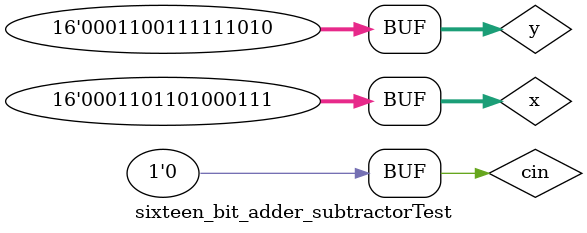
<source format=v>
`timescale 1ns / 1ps

module sixteen_bit_adder_subtractorTest();
    
    reg [15:0] x;
    reg [15:0] y;
    reg cin;
    
    wire [15:0] sum;
    wire cout;
    
   sixteen_bit_adder_subtractor uut(x,y,cin,sum,cout);
   
   initial begin
   x = 16'b0000000000010111; y = 16'b0000000000000011; cin=1'b0; #20;
   x = 16'b0000000000010101; y = 16'b0000000001001011; cin=1'b0; #20;
   x = 16'b0100000110100000; y = 16'b0100001000000100; cin=1'b0; #20;
   x = 16'b0001101101000111; y = 16'b0001100111111010; cin=1'b0; #20;
   /*x=16'b; y=16'b; cin=1'b1; #20;
   x=16'b; y=16'b; cin=1'b1; #20;
   x=16'b; y=16'b; cin=1'b1; #20;
   x=16'b; y=16'b; cin=1'b1; #20;*/
    end
endmodule

</source>
